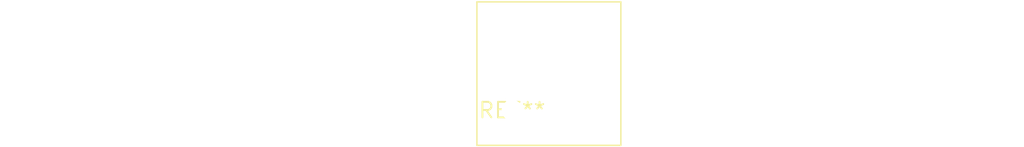
<source format=kicad_pcb>
(kicad_pcb (version 20240108) (generator pcbnew)
  (layers (0 "F.Cu" signal) (31 "B.Cu" signal) (34 "B.Paste" user) (35 "F.Paste" user) (36 "B.SilkS" user "B.Silkscreen") (37 "F.SilkS" user "F.Silkscreen") (38 "B.Mask" user) (39 "F.Mask" user) (44 "Edge.Cuts" user))
  (net 0 "")
  (footprint "L_Radial_L11.5mm_W11.5mm_Px6.00mm_Py6.00mm_Neosid_NE-CPB-11EN_Drill1.7mm" (layer "F.Cu") (at 0 0)
    (property "Reference" "REF**")
    (property "Value" "L_Radial_L11.5mm_W11.5mm_Px6.00mm_Py6.00mm_Neosid_NE-CPB-11EN_Drill1.7mm")
    (fp_line (start -2.87 -8.87) (end -2.87 2.87) (layer "F.SilkS") (stroke (width 0.12)))
    (fp_line (start -2.87 -8.87) (end 8.87 -8.87) (layer "F.SilkS") (stroke (width 0.12)))
    (fp_line (start -2.87 2.87) (end 8.87 2.87) (layer "F.SilkS") (stroke (width 0.12)))
    (fp_line (start 8.87 -8.87) (end 8.87 2.87) (layer "F.SilkS") (stroke (width 0.12)))
    (pad "1" thru_hole circle (at 0 0) (size 3.4 3.4) (drill 1.7) (layers *.Cu *.Mask) (remove_unused_layers))
    (pad "2" thru_hole circle (at 6 -6) (size 3.4 3.4) (drill 1.7) (layers *.Cu *.Mask) (remove_unused_layers))
  )
)
</source>
